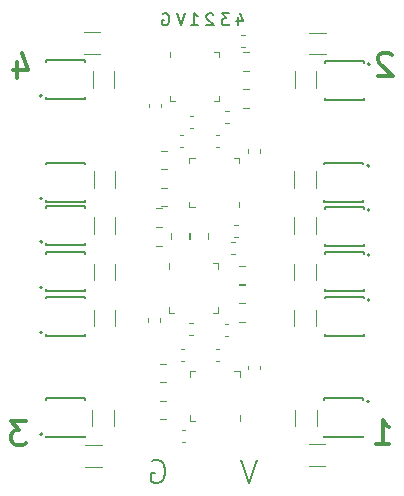
<source format=gbr>
%TF.GenerationSoftware,KiCad,Pcbnew,7.0.4*%
%TF.CreationDate,2023-05-25T14:45:12+03:00*%
%TF.ProjectId,fpv_findland_esc,6670765f-6669-46e6-946c-616e645f6573,Rev_0.2*%
%TF.SameCoordinates,Original*%
%TF.FileFunction,Legend,Bot*%
%TF.FilePolarity,Positive*%
%FSLAX46Y46*%
G04 Gerber Fmt 4.6, Leading zero omitted, Abs format (unit mm)*
G04 Created by KiCad (PCBNEW 7.0.4) date 2023-05-25 14:45:12*
%MOMM*%
%LPD*%
G01*
G04 APERTURE LIST*
%ADD10C,0.150000*%
%ADD11C,0.300000*%
%ADD12C,0.120000*%
%ADD13C,0.127000*%
%ADD14C,0.200000*%
G04 APERTURE END LIST*
D10*
X136210839Y-55165057D02*
X136163220Y-55117438D01*
X136163220Y-55117438D02*
X136067982Y-55069819D01*
X136067982Y-55069819D02*
X135829887Y-55069819D01*
X135829887Y-55069819D02*
X135734649Y-55117438D01*
X135734649Y-55117438D02*
X135687030Y-55165057D01*
X135687030Y-55165057D02*
X135639411Y-55260295D01*
X135639411Y-55260295D02*
X135639411Y-55355533D01*
X135639411Y-55355533D02*
X135687030Y-55498390D01*
X135687030Y-55498390D02*
X136258458Y-56069819D01*
X136258458Y-56069819D02*
X135639411Y-56069819D01*
X131002506Y-92942676D02*
X131192982Y-92847438D01*
X131192982Y-92847438D02*
X131478696Y-92847438D01*
X131478696Y-92847438D02*
X131764411Y-92942676D01*
X131764411Y-92942676D02*
X131954887Y-93133152D01*
X131954887Y-93133152D02*
X132050125Y-93323628D01*
X132050125Y-93323628D02*
X132145363Y-93704580D01*
X132145363Y-93704580D02*
X132145363Y-93990295D01*
X132145363Y-93990295D02*
X132050125Y-94371247D01*
X132050125Y-94371247D02*
X131954887Y-94561723D01*
X131954887Y-94561723D02*
X131764411Y-94752200D01*
X131764411Y-94752200D02*
X131478696Y-94847438D01*
X131478696Y-94847438D02*
X131288220Y-94847438D01*
X131288220Y-94847438D02*
X131002506Y-94752200D01*
X131002506Y-94752200D02*
X130907268Y-94656961D01*
X130907268Y-94656961D02*
X130907268Y-93990295D01*
X130907268Y-93990295D02*
X131288220Y-93990295D01*
D11*
X151321679Y-58580114D02*
X151226441Y-58484876D01*
X151226441Y-58484876D02*
X151035965Y-58389638D01*
X151035965Y-58389638D02*
X150559774Y-58389638D01*
X150559774Y-58389638D02*
X150369298Y-58484876D01*
X150369298Y-58484876D02*
X150274060Y-58580114D01*
X150274060Y-58580114D02*
X150178822Y-58770590D01*
X150178822Y-58770590D02*
X150178822Y-58961066D01*
X150178822Y-58961066D02*
X150274060Y-59246780D01*
X150274060Y-59246780D02*
X151416917Y-60389638D01*
X151416917Y-60389638D02*
X150178822Y-60389638D01*
D10*
X131939411Y-55117438D02*
X132034649Y-55069819D01*
X132034649Y-55069819D02*
X132177506Y-55069819D01*
X132177506Y-55069819D02*
X132320363Y-55117438D01*
X132320363Y-55117438D02*
X132415601Y-55212676D01*
X132415601Y-55212676D02*
X132463220Y-55307914D01*
X132463220Y-55307914D02*
X132510839Y-55498390D01*
X132510839Y-55498390D02*
X132510839Y-55641247D01*
X132510839Y-55641247D02*
X132463220Y-55831723D01*
X132463220Y-55831723D02*
X132415601Y-55926961D01*
X132415601Y-55926961D02*
X132320363Y-56022200D01*
X132320363Y-56022200D02*
X132177506Y-56069819D01*
X132177506Y-56069819D02*
X132082268Y-56069819D01*
X132082268Y-56069819D02*
X131939411Y-56022200D01*
X131939411Y-56022200D02*
X131891792Y-55974580D01*
X131891792Y-55974580D02*
X131891792Y-55641247D01*
X131891792Y-55641247D02*
X132082268Y-55641247D01*
X139885839Y-92847438D02*
X139219173Y-94847438D01*
X139219173Y-94847438D02*
X138552506Y-92847438D01*
X133856077Y-55019819D02*
X133522744Y-56019819D01*
X133522744Y-56019819D02*
X133189411Y-55019819D01*
D11*
X149978822Y-91489638D02*
X151121679Y-91489638D01*
X150550251Y-91489638D02*
X150550251Y-89489638D01*
X150550251Y-89489638D02*
X150740727Y-89775352D01*
X150740727Y-89775352D02*
X150931203Y-89965828D01*
X150931203Y-89965828D02*
X151121679Y-90061066D01*
D10*
X134339411Y-56019819D02*
X134910839Y-56019819D01*
X134625125Y-56019819D02*
X134625125Y-55019819D01*
X134625125Y-55019819D02*
X134720363Y-55162676D01*
X134720363Y-55162676D02*
X134815601Y-55257914D01*
X134815601Y-55257914D02*
X134910839Y-55305533D01*
X138284649Y-55403152D02*
X138284649Y-56069819D01*
X138522744Y-55022200D02*
X138760839Y-55736485D01*
X138760839Y-55736485D02*
X138141792Y-55736485D01*
D11*
X119569298Y-59181304D02*
X119569298Y-60514638D01*
X120045489Y-58419400D02*
X120521679Y-59847971D01*
X120521679Y-59847971D02*
X119283584Y-59847971D01*
X120366917Y-89589638D02*
X119128822Y-89589638D01*
X119128822Y-89589638D02*
X119795489Y-90351542D01*
X119795489Y-90351542D02*
X119509774Y-90351542D01*
X119509774Y-90351542D02*
X119319298Y-90446780D01*
X119319298Y-90446780D02*
X119224060Y-90542019D01*
X119224060Y-90542019D02*
X119128822Y-90732495D01*
X119128822Y-90732495D02*
X119128822Y-91208685D01*
X119128822Y-91208685D02*
X119224060Y-91399161D01*
X119224060Y-91399161D02*
X119319298Y-91494400D01*
X119319298Y-91494400D02*
X119509774Y-91589638D01*
X119509774Y-91589638D02*
X120081203Y-91589638D01*
X120081203Y-91589638D02*
X120271679Y-91494400D01*
X120271679Y-91494400D02*
X120366917Y-91399161D01*
D10*
X137558458Y-55069819D02*
X136939411Y-55069819D01*
X136939411Y-55069819D02*
X137272744Y-55450771D01*
X137272744Y-55450771D02*
X137129887Y-55450771D01*
X137129887Y-55450771D02*
X137034649Y-55498390D01*
X137034649Y-55498390D02*
X136987030Y-55546009D01*
X136987030Y-55546009D02*
X136939411Y-55641247D01*
X136939411Y-55641247D02*
X136939411Y-55879342D01*
X136939411Y-55879342D02*
X136987030Y-55974580D01*
X136987030Y-55974580D02*
X137034649Y-56022200D01*
X137034649Y-56022200D02*
X137129887Y-56069819D01*
X137129887Y-56069819D02*
X137415601Y-56069819D01*
X137415601Y-56069819D02*
X137510839Y-56022200D01*
X137510839Y-56022200D02*
X137558458Y-55974580D01*
D12*
%TO.C,C12*%
X136409420Y-65365000D02*
X136690580Y-65365000D01*
X136409420Y-66385000D02*
X136690580Y-66385000D01*
%TO.C,C45*%
X143065000Y-77661252D02*
X143065000Y-76238748D01*
X144885000Y-77661252D02*
X144885000Y-76238748D01*
%TO.C,RN11*%
X132275000Y-69845000D02*
X131775000Y-69845000D01*
X132275000Y-71405000D02*
X131775000Y-71405000D01*
%TO.C,C11*%
X133865580Y-91335000D02*
X133584420Y-91335000D01*
X133865580Y-90315000D02*
X133584420Y-90315000D01*
D13*
%TO.C,Q15*%
X148937500Y-67700000D02*
X145637500Y-67700000D01*
X145637500Y-67700000D02*
X145637500Y-67845000D01*
X148937500Y-67845000D02*
X148937500Y-67700000D01*
X145637500Y-70855000D02*
X145637500Y-71000000D01*
X148937500Y-71000000D02*
X148937500Y-70855000D01*
X145637500Y-71000000D02*
X148937500Y-71000000D01*
D14*
X149437500Y-67975000D02*
G75*
G03*
X149437500Y-67975000I-100000J0D01*
G01*
D12*
%TO.C,C26*%
X130689503Y-81165580D02*
X130689503Y-80884420D01*
X131709503Y-81165580D02*
X131709503Y-80884420D01*
%TO.C,C21*%
X137515580Y-64335000D02*
X137234420Y-64335000D01*
X137515580Y-63315000D02*
X137234420Y-63315000D01*
%TO.C,U2*%
X134240000Y-89560000D02*
X134715000Y-89560000D01*
X134240000Y-89085000D02*
X134240000Y-89560000D01*
X138460000Y-89085000D02*
X138460000Y-89560000D01*
X134240000Y-85815000D02*
X134240000Y-85340000D01*
X138460000Y-85815000D02*
X138460000Y-85340000D01*
X134240000Y-85340000D02*
X134715000Y-85340000D01*
X138460000Y-85340000D02*
X137985000Y-85340000D01*
%TO.C,U8*%
X136660000Y-76215000D02*
X136185000Y-76215000D01*
X136660000Y-76690000D02*
X136660000Y-76215000D01*
X132440000Y-76690000D02*
X132440000Y-76215000D01*
X136660000Y-79960000D02*
X136660000Y-80435000D01*
X132440000Y-79960000D02*
X132440000Y-80435000D01*
X136660000Y-80435000D02*
X136185000Y-80435000D01*
X132440000Y-80435000D02*
X132915000Y-80435000D01*
%TO.C,RN3*%
X132200000Y-87870000D02*
X131700000Y-87870000D01*
X132200000Y-89430000D02*
X131700000Y-89430000D01*
%TO.C,C28*%
X137465083Y-82410000D02*
X137183923Y-82410000D01*
X137465083Y-81390000D02*
X137183923Y-81390000D01*
D13*
%TO.C,Q21*%
X148950000Y-79050000D02*
X145650000Y-79050000D01*
X145650000Y-79050000D02*
X145650000Y-79195000D01*
X148950000Y-79195000D02*
X148950000Y-79050000D01*
X145650000Y-82205000D02*
X145650000Y-82350000D01*
X148950000Y-82350000D02*
X148950000Y-82205000D01*
X145650000Y-82350000D02*
X148950000Y-82350000D01*
D14*
X149450000Y-79325000D02*
G75*
G03*
X149450000Y-79325000I-100000J0D01*
G01*
D13*
%TO.C,Q23*%
X148962500Y-75250000D02*
X145662500Y-75250000D01*
X145662500Y-75250000D02*
X145662500Y-75395000D01*
X148962500Y-75395000D02*
X148962500Y-75250000D01*
X145662500Y-78405000D02*
X145662500Y-78550000D01*
X148962500Y-78550000D02*
X148962500Y-78405000D01*
X145662500Y-78550000D02*
X148962500Y-78550000D01*
D14*
X149462500Y-75525000D02*
G75*
G03*
X149462500Y-75525000I-100000J0D01*
G01*
D12*
%TO.C,C37*%
X125238748Y-56640000D02*
X126661252Y-56640000D01*
X125238748Y-58460000D02*
X126661252Y-58460000D01*
%TO.C,C67*%
X125363748Y-91615000D02*
X126786252Y-91615000D01*
X125363748Y-93435000D02*
X126786252Y-93435000D01*
D13*
%TO.C,Q13*%
X148962500Y-71450000D02*
X145662500Y-71450000D01*
X145662500Y-71450000D02*
X145662500Y-71595000D01*
X148962500Y-71595000D02*
X148962500Y-71450000D01*
X145662500Y-74605000D02*
X145662500Y-74750000D01*
X148962500Y-74750000D02*
X148962500Y-74605000D01*
X145662500Y-74750000D02*
X148962500Y-74750000D01*
D14*
X149462500Y-71725000D02*
G75*
G03*
X149462500Y-71725000I-100000J0D01*
G01*
D13*
%TO.C,Q3*%
X122050000Y-82350000D02*
X125350000Y-82350000D01*
X125350000Y-82350000D02*
X125350000Y-82205000D01*
X122050000Y-82205000D02*
X122050000Y-82350000D01*
X125350000Y-79195000D02*
X125350000Y-79050000D01*
X122050000Y-79050000D02*
X122050000Y-79195000D01*
X125350000Y-79050000D02*
X122050000Y-79050000D01*
D14*
X121750000Y-82075000D02*
G75*
G03*
X121750000Y-82075000I-100000J0D01*
G01*
D12*
%TO.C,C24*%
X137759420Y-74440000D02*
X138040580Y-74440000D01*
X137759420Y-75460000D02*
X138040580Y-75460000D01*
%TO.C,C65*%
X127810000Y-88613748D02*
X127810000Y-90036252D01*
X125990000Y-88613748D02*
X125990000Y-90036252D01*
%TO.C,C61*%
X127935000Y-72338748D02*
X127935000Y-73761252D01*
X126115000Y-72338748D02*
X126115000Y-73761252D01*
%TO.C,C69*%
X143140000Y-61361252D02*
X143140000Y-59938748D01*
X144960000Y-61361252D02*
X144960000Y-59938748D01*
D13*
%TO.C,Q11*%
X122037500Y-74675000D02*
X125337500Y-74675000D01*
X125337500Y-74675000D02*
X125337500Y-74530000D01*
X122037500Y-74530000D02*
X122037500Y-74675000D01*
X125337500Y-71520000D02*
X125337500Y-71375000D01*
X122037500Y-71375000D02*
X122037500Y-71520000D01*
X125337500Y-71375000D02*
X122037500Y-71375000D01*
D14*
X121737500Y-74400000D02*
G75*
G03*
X121737500Y-74400000I-100000J0D01*
G01*
D12*
%TO.C,C60*%
X127935000Y-80138748D02*
X127935000Y-81561252D01*
X126115000Y-80138748D02*
X126115000Y-81561252D01*
%TO.C,C54*%
X144985000Y-88613748D02*
X144985000Y-90036252D01*
X143165000Y-88613748D02*
X143165000Y-90036252D01*
D13*
%TO.C,Q9*%
X122050000Y-71000000D02*
X125350000Y-71000000D01*
X125350000Y-71000000D02*
X125350000Y-70855000D01*
X122050000Y-70855000D02*
X122050000Y-71000000D01*
X125350000Y-67845000D02*
X125350000Y-67700000D01*
X122050000Y-67700000D02*
X122050000Y-67845000D01*
X125350000Y-67700000D02*
X122050000Y-67700000D01*
D14*
X121750000Y-70725000D02*
G75*
G03*
X121750000Y-70725000I-100000J0D01*
G01*
D12*
%TO.C,RN16*%
X131350000Y-74730000D02*
X131850000Y-74730000D01*
X131350000Y-73170000D02*
X131850000Y-73170000D01*
%TO.C,C3*%
X140210000Y-84909420D02*
X140210000Y-85190580D01*
X139190000Y-84909420D02*
X139190000Y-85190580D01*
%TO.C,C20*%
X134540580Y-64785000D02*
X134259420Y-64785000D01*
X134540580Y-63765000D02*
X134259420Y-63765000D01*
%TO.C,RN25*%
X138424503Y-81155000D02*
X138924503Y-81155000D01*
X138424503Y-79595000D02*
X138924503Y-79595000D01*
%TO.C,RN15*%
X131350000Y-73130000D02*
X131850000Y-73130000D01*
X131350000Y-71570000D02*
X131850000Y-71570000D01*
%TO.C,RN10*%
X132275000Y-68270000D02*
X131775000Y-68270000D01*
X132275000Y-69830000D02*
X131775000Y-69830000D01*
%TO.C,RN13*%
X135780000Y-74175000D02*
X135780000Y-73675000D01*
X134220000Y-74175000D02*
X134220000Y-73675000D01*
%TO.C,C2*%
X136459420Y-83490000D02*
X136740580Y-83490000D01*
X136459420Y-84510000D02*
X136740580Y-84510000D01*
%TO.C,C62*%
X126115000Y-69861252D02*
X126115000Y-68438748D01*
X127935000Y-69861252D02*
X127935000Y-68438748D01*
%TO.C,RN12*%
X134205000Y-74175000D02*
X134205000Y-73675000D01*
X132645000Y-74175000D02*
X132645000Y-73675000D01*
%TO.C,C10*%
X133484420Y-83465000D02*
X133765580Y-83465000D01*
X133484420Y-84485000D02*
X133765580Y-84485000D01*
D13*
%TO.C,Q2*%
X122050000Y-78550000D02*
X125350000Y-78550000D01*
X125350000Y-78550000D02*
X125350000Y-78405000D01*
X122050000Y-78405000D02*
X122050000Y-78550000D01*
X125350000Y-75395000D02*
X125350000Y-75250000D01*
X122050000Y-75250000D02*
X122050000Y-75395000D01*
X125350000Y-75250000D02*
X122050000Y-75250000D01*
D14*
X121750000Y-78275000D02*
G75*
G03*
X121750000Y-78275000I-100000J0D01*
G01*
D12*
%TO.C,RN9*%
X132275000Y-66695000D02*
X131775000Y-66695000D01*
X132275000Y-68255000D02*
X131775000Y-68255000D01*
D13*
%TO.C,Q5*%
X122050000Y-90950000D02*
X125350000Y-90950000D01*
X125350000Y-90950000D02*
X125350000Y-90805000D01*
X122050000Y-90805000D02*
X122050000Y-90950000D01*
X125350000Y-87795000D02*
X125350000Y-87650000D01*
X122050000Y-87650000D02*
X122050000Y-87795000D01*
X125350000Y-87650000D02*
X122050000Y-87650000D01*
D14*
X121750000Y-90675000D02*
G75*
G03*
X121750000Y-90675000I-100000J0D01*
G01*
D12*
%TO.C,C19*%
X130740000Y-62990580D02*
X130740000Y-62709420D01*
X131760000Y-62990580D02*
X131760000Y-62709420D01*
%TO.C,C9*%
X140160000Y-66559420D02*
X140160000Y-66840580D01*
X139140000Y-66559420D02*
X139140000Y-66840580D01*
%TO.C,C27*%
X134465083Y-82285000D02*
X134183923Y-82285000D01*
X134465083Y-81265000D02*
X134183923Y-81265000D01*
%TO.C,C39*%
X126015000Y-61386252D02*
X126015000Y-59963748D01*
X127835000Y-61386252D02*
X127835000Y-59963748D01*
%TO.C,C14*%
X133409420Y-65365000D02*
X133690580Y-65365000D01*
X133409420Y-66385000D02*
X133690580Y-66385000D01*
%TO.C,C7*%
X138009420Y-72965000D02*
X138290580Y-72965000D01*
X138009420Y-73985000D02*
X138290580Y-73985000D01*
%TO.C,RN18*%
X138750000Y-61480000D02*
X139250000Y-61480000D01*
X138750000Y-59920000D02*
X139250000Y-59920000D01*
%TO.C,C59*%
X126115000Y-77661252D02*
X126115000Y-76238748D01*
X127935000Y-77661252D02*
X127935000Y-76238748D01*
%TO.C,RN2*%
X132200000Y-86295000D02*
X131700000Y-86295000D01*
X132200000Y-87855000D02*
X131700000Y-87855000D01*
%TO.C,RN27*%
X138424503Y-78005000D02*
X138924503Y-78005000D01*
X138424503Y-76445000D02*
X138924503Y-76445000D01*
%TO.C,RN26*%
X138424503Y-79580000D02*
X138924503Y-79580000D01*
X138424503Y-78020000D02*
X138924503Y-78020000D01*
%TO.C,C70*%
X145736252Y-58510000D02*
X144313748Y-58510000D01*
X145736252Y-56690000D02*
X144313748Y-56690000D01*
%TO.C,RN17*%
X138750000Y-63055000D02*
X139250000Y-63055000D01*
X138750000Y-61495000D02*
X139250000Y-61495000D01*
%TO.C,U6*%
X136735000Y-58290000D02*
X136260000Y-58290000D01*
X136735000Y-58765000D02*
X136735000Y-58290000D01*
X132515000Y-58765000D02*
X132515000Y-58290000D01*
X136735000Y-62035000D02*
X136735000Y-62510000D01*
X132515000Y-62035000D02*
X132515000Y-62510000D01*
X136735000Y-62510000D02*
X136260000Y-62510000D01*
X132515000Y-62510000D02*
X132990000Y-62510000D01*
D13*
%TO.C,Q19*%
X148937500Y-87650000D02*
X145637500Y-87650000D01*
X145637500Y-87650000D02*
X145637500Y-87795000D01*
X148937500Y-87795000D02*
X148937500Y-87650000D01*
X145637500Y-90805000D02*
X145637500Y-90950000D01*
X148937500Y-90950000D02*
X148937500Y-90805000D01*
X145637500Y-90950000D02*
X148937500Y-90950000D01*
D14*
X149437500Y-87925000D02*
G75*
G03*
X149437500Y-87925000I-100000J0D01*
G01*
D12*
%TO.C,RN1*%
X132200000Y-84720000D02*
X131700000Y-84720000D01*
X132200000Y-86280000D02*
X131700000Y-86280000D01*
%TO.C,RN19*%
X138750000Y-59905000D02*
X139250000Y-59905000D01*
X138750000Y-58345000D02*
X139250000Y-58345000D01*
D13*
%TO.C,Q17*%
X148987500Y-59075000D02*
X145687500Y-59075000D01*
X145687500Y-59075000D02*
X145687500Y-59220000D01*
X148987500Y-59220000D02*
X148987500Y-59075000D01*
X145687500Y-62230000D02*
X145687500Y-62375000D01*
X148987500Y-62375000D02*
X148987500Y-62230000D01*
X145687500Y-62375000D02*
X148987500Y-62375000D01*
D14*
X149487500Y-59350000D02*
G75*
G03*
X149487500Y-59350000I-100000J0D01*
G01*
D12*
%TO.C,C47*%
X143065000Y-69861252D02*
X143065000Y-68438748D01*
X144885000Y-69861252D02*
X144885000Y-68438748D01*
%TO.C,C66*%
X145711252Y-93360000D02*
X144288748Y-93360000D01*
X145711252Y-91540000D02*
X144288748Y-91540000D01*
%TO.C,U4*%
X134190000Y-71485000D02*
X134665000Y-71485000D01*
X134190000Y-71010000D02*
X134190000Y-71485000D01*
X138410000Y-71010000D02*
X138410000Y-71485000D01*
X134190000Y-67740000D02*
X134190000Y-67265000D01*
X138410000Y-67740000D02*
X138410000Y-67265000D01*
X134190000Y-67265000D02*
X134665000Y-67265000D01*
X138410000Y-67265000D02*
X137935000Y-67265000D01*
%TO.C,C46*%
X144885000Y-72338748D02*
X144885000Y-73761252D01*
X143065000Y-72338748D02*
X143065000Y-73761252D01*
%TO.C,C17*%
X138609420Y-56915000D02*
X138890580Y-56915000D01*
X138609420Y-57935000D02*
X138890580Y-57935000D01*
%TO.C,C44*%
X144885000Y-80138748D02*
X144885000Y-81561252D01*
X143065000Y-80138748D02*
X143065000Y-81561252D01*
D13*
%TO.C,Q7*%
X122025000Y-62325000D02*
X125325000Y-62325000D01*
X125325000Y-62325000D02*
X125325000Y-62180000D01*
X122025000Y-62180000D02*
X122025000Y-62325000D01*
X125325000Y-59170000D02*
X125325000Y-59025000D01*
X122025000Y-59025000D02*
X122025000Y-59170000D01*
X125325000Y-59025000D02*
X122025000Y-59025000D01*
D14*
X121725000Y-62050000D02*
G75*
G03*
X121725000Y-62050000I-100000J0D01*
G01*
%TD*%
M02*

</source>
